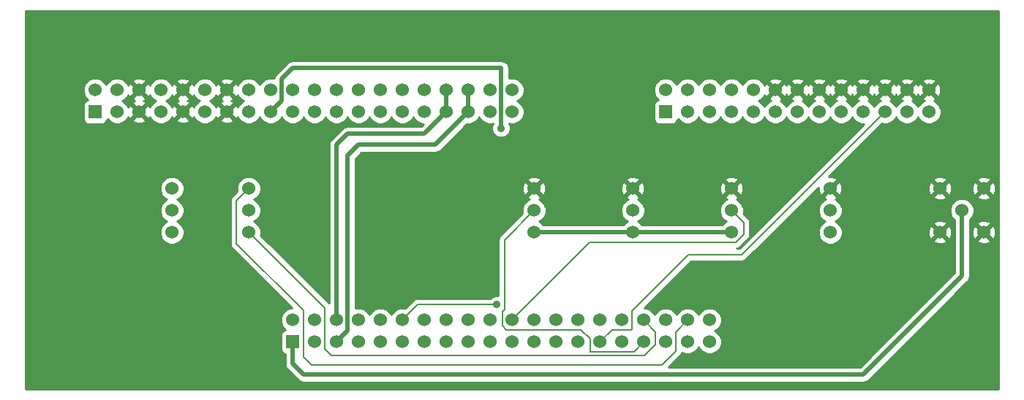
<source format=gtl>
G04 (created by PCBNEW-RS274X (2012-01-19 BZR 3256)-stable) date 5/16/2012 3:34:04 PM*
G01*
G70*
G90*
%MOIN*%
G04 Gerber Fmt 3.4, Leading zero omitted, Abs format*
%FSLAX34Y34*%
G04 APERTURE LIST*
%ADD10C,0.006000*%
%ADD11R,0.060000X0.060000*%
%ADD12C,0.060000*%
%ADD13C,0.035000*%
%ADD14C,0.019700*%
%ADD15C,0.019800*%
%ADD16C,0.008000*%
%ADD17C,0.010000*%
G04 APERTURE END LIST*
G54D10*
G54D11*
X73000Y-10000D03*
G54D12*
X73000Y-09000D03*
X74000Y-10000D03*
X74000Y-09000D03*
X75000Y-10000D03*
X75000Y-09000D03*
X76000Y-10000D03*
X76000Y-09000D03*
X77000Y-10000D03*
X77000Y-09000D03*
X78000Y-10000D03*
X78000Y-09000D03*
X79000Y-10000D03*
X79000Y-09000D03*
X80000Y-10000D03*
X80000Y-09000D03*
X81000Y-10000D03*
X81000Y-09000D03*
X82000Y-10000D03*
X82000Y-09000D03*
X83000Y-10000D03*
X83000Y-09000D03*
X84000Y-10000D03*
X84000Y-09000D03*
X85000Y-10000D03*
X85000Y-09000D03*
G54D11*
X47000Y-10000D03*
G54D12*
X47000Y-09000D03*
X52000Y-10000D03*
X48000Y-09000D03*
X53000Y-10000D03*
X49000Y-09000D03*
X54000Y-10000D03*
X50000Y-09000D03*
X55000Y-10000D03*
X51000Y-09000D03*
X56000Y-10000D03*
X52000Y-09000D03*
X57000Y-10000D03*
X53000Y-09000D03*
X58000Y-10000D03*
X54000Y-09000D03*
X59000Y-10000D03*
X55000Y-09000D03*
X60000Y-10000D03*
X56000Y-09000D03*
X61000Y-10000D03*
X57000Y-09000D03*
X62000Y-10000D03*
X58000Y-09000D03*
X59000Y-09000D03*
X63000Y-10000D03*
X60000Y-09000D03*
X62000Y-09000D03*
X63000Y-09000D03*
X64000Y-09000D03*
X65000Y-09000D03*
X64000Y-10000D03*
X65000Y-10000D03*
X48000Y-10000D03*
X49000Y-10000D03*
X50000Y-10000D03*
X51000Y-10000D03*
X66000Y-10000D03*
X66000Y-09000D03*
X61000Y-09000D03*
X50500Y-15500D03*
X50500Y-14500D03*
X50500Y-13500D03*
X54000Y-15500D03*
X54000Y-14500D03*
X54000Y-13500D03*
G54D11*
X56000Y-20500D03*
G54D12*
X56000Y-19500D03*
X61000Y-20500D03*
X57000Y-19500D03*
X62000Y-20500D03*
X58000Y-19500D03*
X63000Y-20500D03*
X59000Y-19500D03*
X64000Y-20500D03*
X60000Y-19500D03*
X65000Y-20500D03*
X61000Y-19500D03*
X66000Y-20500D03*
X62000Y-19500D03*
X67000Y-20500D03*
X63000Y-19500D03*
X68000Y-20500D03*
X64000Y-19500D03*
X69000Y-20500D03*
X65000Y-19500D03*
X70000Y-20500D03*
X66000Y-19500D03*
X71000Y-20500D03*
X67000Y-19500D03*
X68000Y-19500D03*
X72000Y-20500D03*
X69000Y-19500D03*
X71000Y-19500D03*
X72000Y-19500D03*
X73000Y-19500D03*
X74000Y-19500D03*
X73000Y-20500D03*
X74000Y-20500D03*
X57000Y-20500D03*
X58000Y-20500D03*
X59000Y-20500D03*
X60000Y-20500D03*
X75000Y-20500D03*
X75000Y-19500D03*
X70000Y-19500D03*
X67000Y-15500D03*
X67000Y-14500D03*
X67000Y-13500D03*
X80500Y-15500D03*
X80500Y-14500D03*
X80500Y-13500D03*
X76000Y-15500D03*
X76000Y-14500D03*
X76000Y-13500D03*
X71500Y-15500D03*
X71500Y-14500D03*
X71500Y-13500D03*
X86500Y-14500D03*
X85500Y-13500D03*
X85500Y-15500D03*
X87500Y-15500D03*
X87500Y-13500D03*
G54D13*
X65500Y-10750D03*
X73500Y-18250D03*
X65302Y-18809D03*
G54D14*
X65500Y-10750D02*
X65500Y-08000D01*
G54D15*
X69500Y-15500D02*
X71500Y-15500D01*
X67000Y-15500D02*
X69500Y-15500D01*
X69500Y-15500D02*
X67000Y-15500D01*
X56000Y-08000D02*
X65500Y-08000D01*
X55500Y-09500D02*
X55500Y-08500D01*
X55000Y-10000D02*
X55500Y-09500D01*
X55500Y-08500D02*
X56000Y-08000D01*
X71500Y-15500D02*
X76000Y-15500D01*
G54D16*
X65556Y-19758D02*
X65742Y-19944D01*
X69554Y-20922D02*
X69576Y-20944D01*
X69554Y-20352D02*
X69554Y-20922D01*
X65742Y-19944D02*
X69146Y-19944D01*
X65556Y-19128D02*
X65556Y-19758D01*
X65649Y-19035D02*
X65556Y-19128D01*
X69576Y-20944D02*
X71556Y-20944D01*
X69146Y-19944D02*
X69554Y-20352D01*
X67000Y-14500D02*
X65649Y-15851D01*
X65649Y-15851D02*
X65649Y-19035D01*
X71556Y-20944D02*
X72000Y-20500D01*
G54D15*
X56000Y-21500D02*
X56000Y-20500D01*
X56500Y-22000D02*
X56000Y-21500D01*
X82000Y-22000D02*
X56500Y-22000D01*
X86500Y-17500D02*
X82000Y-22000D01*
X86500Y-14500D02*
X86500Y-17500D01*
G54D16*
X76556Y-15056D02*
X76000Y-14500D01*
X76556Y-15586D02*
X76556Y-15056D01*
X76185Y-15957D02*
X76556Y-15586D01*
X69543Y-15957D02*
X76185Y-15957D01*
X66000Y-19500D02*
X69543Y-15957D01*
X57453Y-18953D02*
X54000Y-15500D01*
X57453Y-20836D02*
X57453Y-18953D01*
X57750Y-21133D02*
X57453Y-20836D01*
X72046Y-21133D02*
X57750Y-21133D01*
X72544Y-20635D02*
X72046Y-21133D01*
X72544Y-20044D02*
X72544Y-20635D01*
X72000Y-19500D02*
X72544Y-20044D01*
X73456Y-20922D02*
X72819Y-21559D01*
X56500Y-21191D02*
X56500Y-19068D01*
X53444Y-16012D02*
X53444Y-14056D01*
X53444Y-14056D02*
X54000Y-13500D01*
X74000Y-19500D02*
X73456Y-20044D01*
X56500Y-19068D02*
X53444Y-16012D01*
X73456Y-20044D02*
X73456Y-20922D01*
X72819Y-21559D02*
X56868Y-21559D01*
X56868Y-21559D02*
X56500Y-21191D01*
X76475Y-16525D02*
X83000Y-10000D01*
X71434Y-19944D02*
X71456Y-19922D01*
X70556Y-19944D02*
X71434Y-19944D01*
X70000Y-20500D02*
X70556Y-19944D01*
X71456Y-19100D02*
X74031Y-16525D01*
X74031Y-16525D02*
X76475Y-16525D01*
X71456Y-19922D02*
X71456Y-19100D01*
G54D15*
X64000Y-09000D02*
X64000Y-10000D01*
X64000Y-10000D02*
X62500Y-11500D01*
X62500Y-11500D02*
X59000Y-11500D01*
X59000Y-11500D02*
X58500Y-12000D01*
X58500Y-12000D02*
X58500Y-20000D01*
X58500Y-20000D02*
X58000Y-20500D01*
X63000Y-09000D02*
X63000Y-10000D01*
X58000Y-11500D02*
X58000Y-19500D01*
X58500Y-11000D02*
X58000Y-11500D01*
X62000Y-11000D02*
X58500Y-11000D01*
X63000Y-10000D02*
X62000Y-11000D01*
G54D16*
X61691Y-18809D02*
X61000Y-19500D01*
X65302Y-18809D02*
X61691Y-18809D01*
G54D10*
G36*
X73071Y-20500D02*
X73000Y-20571D01*
X72929Y-20500D01*
X73000Y-20429D01*
X73071Y-20500D01*
X73071Y-20500D01*
G37*
G54D17*
X73071Y-20500D02*
X73000Y-20571D01*
X72929Y-20500D01*
X73000Y-20429D01*
X73071Y-20500D01*
G54D10*
G36*
X88175Y-22675D02*
X88043Y-22675D01*
X88043Y-15579D01*
X88043Y-13579D01*
X88032Y-13366D01*
X87972Y-13219D01*
X87878Y-13192D01*
X87808Y-13262D01*
X87808Y-13122D01*
X87781Y-13028D01*
X87579Y-12957D01*
X87366Y-12968D01*
X87219Y-13028D01*
X87192Y-13122D01*
X87500Y-13429D01*
X87808Y-13122D01*
X87808Y-13262D01*
X87571Y-13500D01*
X87878Y-13808D01*
X87972Y-13781D01*
X88043Y-13579D01*
X88043Y-15579D01*
X88032Y-15366D01*
X87972Y-15219D01*
X87878Y-15192D01*
X87808Y-15262D01*
X87808Y-15122D01*
X87808Y-13878D01*
X87500Y-13571D01*
X87429Y-13641D01*
X87429Y-13500D01*
X87122Y-13192D01*
X87028Y-13219D01*
X86957Y-13421D01*
X86968Y-13634D01*
X87028Y-13781D01*
X87122Y-13808D01*
X87429Y-13500D01*
X87429Y-13641D01*
X87192Y-13878D01*
X87219Y-13972D01*
X87421Y-14043D01*
X87634Y-14032D01*
X87781Y-13972D01*
X87808Y-13878D01*
X87808Y-15122D01*
X87781Y-15028D01*
X87579Y-14957D01*
X87366Y-14968D01*
X87219Y-15028D01*
X87192Y-15122D01*
X87500Y-15429D01*
X87808Y-15122D01*
X87808Y-15262D01*
X87571Y-15500D01*
X87878Y-15808D01*
X87972Y-15781D01*
X88043Y-15579D01*
X88043Y-22675D01*
X87808Y-22675D01*
X87808Y-15878D01*
X87500Y-15571D01*
X87429Y-15641D01*
X87429Y-15500D01*
X87122Y-15192D01*
X87049Y-15212D01*
X87049Y-14609D01*
X87049Y-14391D01*
X86965Y-14189D01*
X86811Y-14035D01*
X86609Y-13951D01*
X86391Y-13951D01*
X86189Y-14035D01*
X86043Y-14181D01*
X86043Y-13579D01*
X86032Y-13366D01*
X85972Y-13219D01*
X85878Y-13192D01*
X85808Y-13262D01*
X85808Y-13122D01*
X85781Y-13028D01*
X85579Y-12957D01*
X85366Y-12968D01*
X85219Y-13028D01*
X85192Y-13122D01*
X85500Y-13429D01*
X85808Y-13122D01*
X85808Y-13262D01*
X85571Y-13500D01*
X85878Y-13808D01*
X85972Y-13781D01*
X86043Y-13579D01*
X86043Y-14181D01*
X86035Y-14189D01*
X85951Y-14391D01*
X85951Y-14609D01*
X86035Y-14811D01*
X86151Y-14927D01*
X86151Y-17355D01*
X86043Y-17463D01*
X86043Y-15579D01*
X86032Y-15366D01*
X85972Y-15219D01*
X85878Y-15192D01*
X85808Y-15262D01*
X85808Y-15122D01*
X85808Y-13878D01*
X85500Y-13571D01*
X85429Y-13641D01*
X85429Y-13500D01*
X85122Y-13192D01*
X85028Y-13219D01*
X84957Y-13421D01*
X84968Y-13634D01*
X85028Y-13781D01*
X85122Y-13808D01*
X85429Y-13500D01*
X85429Y-13641D01*
X85192Y-13878D01*
X85219Y-13972D01*
X85421Y-14043D01*
X85634Y-14032D01*
X85781Y-13972D01*
X85808Y-13878D01*
X85808Y-15122D01*
X85781Y-15028D01*
X85579Y-14957D01*
X85366Y-14968D01*
X85219Y-15028D01*
X85192Y-15122D01*
X85500Y-15429D01*
X85808Y-15122D01*
X85808Y-15262D01*
X85571Y-15500D01*
X85878Y-15808D01*
X85972Y-15781D01*
X86043Y-15579D01*
X86043Y-17463D01*
X85808Y-17698D01*
X85808Y-15878D01*
X85500Y-15571D01*
X85429Y-15641D01*
X85429Y-15500D01*
X85122Y-15192D01*
X85028Y-15219D01*
X84957Y-15421D01*
X84968Y-15634D01*
X85028Y-15781D01*
X85122Y-15808D01*
X85429Y-15500D01*
X85429Y-15641D01*
X85192Y-15878D01*
X85219Y-15972D01*
X85421Y-16043D01*
X85634Y-16032D01*
X85781Y-15972D01*
X85808Y-15878D01*
X85808Y-17698D01*
X81855Y-21651D01*
X81049Y-21651D01*
X81049Y-15609D01*
X81049Y-15391D01*
X80965Y-15189D01*
X80811Y-15035D01*
X80726Y-15000D01*
X80811Y-14965D01*
X80965Y-14811D01*
X81049Y-14609D01*
X81049Y-14391D01*
X81043Y-14376D01*
X81043Y-13579D01*
X81032Y-13366D01*
X80972Y-13219D01*
X80878Y-13192D01*
X80571Y-13500D01*
X80878Y-13808D01*
X80972Y-13781D01*
X81043Y-13579D01*
X81043Y-14376D01*
X80965Y-14189D01*
X80811Y-14035D01*
X80719Y-13997D01*
X80781Y-13972D01*
X80808Y-13878D01*
X80500Y-13571D01*
X80192Y-13878D01*
X80219Y-13972D01*
X80284Y-13995D01*
X80189Y-14035D01*
X80035Y-14189D01*
X79951Y-14391D01*
X79951Y-14609D01*
X80035Y-14811D01*
X80189Y-14965D01*
X80273Y-15000D01*
X80189Y-15035D01*
X80035Y-15189D01*
X79951Y-15391D01*
X79951Y-15609D01*
X80035Y-15811D01*
X80189Y-15965D01*
X80391Y-16049D01*
X80609Y-16049D01*
X80811Y-15965D01*
X80965Y-15811D01*
X81049Y-15609D01*
X81049Y-21651D01*
X73137Y-21651D01*
X73660Y-21128D01*
X73660Y-21127D01*
X73661Y-21127D01*
X73723Y-21034D01*
X73724Y-21033D01*
X73733Y-20983D01*
X73891Y-21049D01*
X74109Y-21049D01*
X74311Y-20965D01*
X74465Y-20811D01*
X74500Y-20726D01*
X74535Y-20811D01*
X74689Y-20965D01*
X74891Y-21049D01*
X75109Y-21049D01*
X75311Y-20965D01*
X75465Y-20811D01*
X75549Y-20609D01*
X75549Y-20391D01*
X75465Y-20189D01*
X75311Y-20035D01*
X75226Y-20000D01*
X75311Y-19965D01*
X75465Y-19811D01*
X75549Y-19609D01*
X75549Y-19391D01*
X75465Y-19189D01*
X75311Y-19035D01*
X75109Y-18951D01*
X74891Y-18951D01*
X74689Y-19035D01*
X74535Y-19189D01*
X74500Y-19273D01*
X74465Y-19189D01*
X74311Y-19035D01*
X74109Y-18951D01*
X73891Y-18951D01*
X73689Y-19035D01*
X73535Y-19189D01*
X73500Y-19273D01*
X73465Y-19189D01*
X73311Y-19035D01*
X73109Y-18951D01*
X72891Y-18951D01*
X72689Y-19035D01*
X72535Y-19189D01*
X72500Y-19273D01*
X72465Y-19189D01*
X72311Y-19035D01*
X72109Y-18951D01*
X72015Y-18951D01*
X74151Y-16815D01*
X76475Y-16815D01*
X76586Y-16793D01*
X76680Y-16730D01*
X79958Y-13451D01*
X79968Y-13634D01*
X80028Y-13781D01*
X80122Y-13808D01*
X80394Y-13535D01*
X80429Y-13500D01*
X80500Y-13429D01*
X80535Y-13394D01*
X80808Y-13122D01*
X80781Y-13028D01*
X80579Y-12957D01*
X80446Y-12963D01*
X82870Y-10540D01*
X82891Y-10549D01*
X83109Y-10549D01*
X83311Y-10465D01*
X83465Y-10311D01*
X83500Y-10226D01*
X83535Y-10311D01*
X83689Y-10465D01*
X83891Y-10549D01*
X84109Y-10549D01*
X84311Y-10465D01*
X84465Y-10311D01*
X84500Y-10226D01*
X84535Y-10311D01*
X84689Y-10465D01*
X84891Y-10549D01*
X85109Y-10549D01*
X85311Y-10465D01*
X85465Y-10311D01*
X85549Y-10109D01*
X85549Y-09891D01*
X85543Y-09876D01*
X85543Y-09079D01*
X85532Y-08866D01*
X85472Y-08719D01*
X85378Y-08692D01*
X85308Y-08762D01*
X85308Y-08622D01*
X85281Y-08528D01*
X85079Y-08457D01*
X84866Y-08468D01*
X84719Y-08528D01*
X84692Y-08622D01*
X85000Y-08929D01*
X85308Y-08622D01*
X85308Y-08762D01*
X85071Y-09000D01*
X85378Y-09308D01*
X85472Y-09281D01*
X85543Y-09079D01*
X85543Y-09876D01*
X85465Y-09689D01*
X85311Y-09535D01*
X85219Y-09497D01*
X85281Y-09472D01*
X85308Y-09378D01*
X85000Y-09071D01*
X84929Y-09141D01*
X84929Y-09000D01*
X84622Y-08692D01*
X84528Y-08719D01*
X84502Y-08792D01*
X84472Y-08719D01*
X84378Y-08692D01*
X84308Y-08762D01*
X84308Y-08622D01*
X84281Y-08528D01*
X84079Y-08457D01*
X83866Y-08468D01*
X83719Y-08528D01*
X83692Y-08622D01*
X84000Y-08929D01*
X84308Y-08622D01*
X84308Y-08762D01*
X84071Y-09000D01*
X84378Y-09308D01*
X84472Y-09281D01*
X84497Y-09207D01*
X84528Y-09281D01*
X84622Y-09308D01*
X84929Y-09000D01*
X84929Y-09141D01*
X84692Y-09378D01*
X84719Y-09472D01*
X84784Y-09495D01*
X84689Y-09535D01*
X84535Y-09689D01*
X84500Y-09773D01*
X84465Y-09689D01*
X84311Y-09535D01*
X84219Y-09497D01*
X84281Y-09472D01*
X84308Y-09378D01*
X84000Y-09071D01*
X83929Y-09141D01*
X83929Y-09000D01*
X83622Y-08692D01*
X83528Y-08719D01*
X83502Y-08792D01*
X83472Y-08719D01*
X83378Y-08692D01*
X83308Y-08762D01*
X83308Y-08622D01*
X83281Y-08528D01*
X83079Y-08457D01*
X82866Y-08468D01*
X82719Y-08528D01*
X82692Y-08622D01*
X83000Y-08929D01*
X83308Y-08622D01*
X83308Y-08762D01*
X83071Y-09000D01*
X83378Y-09308D01*
X83472Y-09281D01*
X83497Y-09207D01*
X83528Y-09281D01*
X83622Y-09308D01*
X83929Y-09000D01*
X83929Y-09141D01*
X83692Y-09378D01*
X83719Y-09472D01*
X83784Y-09495D01*
X83689Y-09535D01*
X83535Y-09689D01*
X83500Y-09773D01*
X83465Y-09689D01*
X83311Y-09535D01*
X83219Y-09497D01*
X83281Y-09472D01*
X83308Y-09378D01*
X83000Y-09071D01*
X82929Y-09141D01*
X82929Y-09000D01*
X82622Y-08692D01*
X82528Y-08719D01*
X82502Y-08792D01*
X82472Y-08719D01*
X82378Y-08692D01*
X82308Y-08762D01*
X82308Y-08622D01*
X82281Y-08528D01*
X82079Y-08457D01*
X81866Y-08468D01*
X81719Y-08528D01*
X81692Y-08622D01*
X82000Y-08929D01*
X82308Y-08622D01*
X82308Y-08762D01*
X82071Y-09000D01*
X82378Y-09308D01*
X82472Y-09281D01*
X82497Y-09207D01*
X82528Y-09281D01*
X82622Y-09308D01*
X82929Y-09000D01*
X82929Y-09141D01*
X82692Y-09378D01*
X82719Y-09472D01*
X82784Y-09495D01*
X82689Y-09535D01*
X82535Y-09689D01*
X82500Y-09773D01*
X82465Y-09689D01*
X82311Y-09535D01*
X82219Y-09497D01*
X82281Y-09472D01*
X82308Y-09378D01*
X82000Y-09071D01*
X81929Y-09141D01*
X81929Y-09000D01*
X81622Y-08692D01*
X81528Y-08719D01*
X81502Y-08792D01*
X81472Y-08719D01*
X81378Y-08692D01*
X81308Y-08762D01*
X81308Y-08622D01*
X81281Y-08528D01*
X81079Y-08457D01*
X80866Y-08468D01*
X80719Y-08528D01*
X80692Y-08622D01*
X81000Y-08929D01*
X81308Y-08622D01*
X81308Y-08762D01*
X81071Y-09000D01*
X81378Y-09308D01*
X81472Y-09281D01*
X81497Y-09207D01*
X81528Y-09281D01*
X81622Y-09308D01*
X81929Y-09000D01*
X81929Y-09141D01*
X81692Y-09378D01*
X81719Y-09472D01*
X81784Y-09495D01*
X81689Y-09535D01*
X81535Y-09689D01*
X81500Y-09773D01*
X81465Y-09689D01*
X81311Y-09535D01*
X81219Y-09497D01*
X81281Y-09472D01*
X81308Y-09378D01*
X81000Y-09071D01*
X80929Y-09141D01*
X80929Y-09000D01*
X80622Y-08692D01*
X80528Y-08719D01*
X80502Y-08792D01*
X80472Y-08719D01*
X80378Y-08692D01*
X80308Y-08762D01*
X80308Y-08622D01*
X80281Y-08528D01*
X80079Y-08457D01*
X79866Y-08468D01*
X79719Y-08528D01*
X79692Y-08622D01*
X80000Y-08929D01*
X80308Y-08622D01*
X80308Y-08762D01*
X80071Y-09000D01*
X80378Y-09308D01*
X80472Y-09281D01*
X80497Y-09207D01*
X80528Y-09281D01*
X80622Y-09308D01*
X80929Y-09000D01*
X80929Y-09141D01*
X80692Y-09378D01*
X80719Y-09472D01*
X80784Y-09495D01*
X80689Y-09535D01*
X80535Y-09689D01*
X80500Y-09773D01*
X80465Y-09689D01*
X80311Y-09535D01*
X80219Y-09497D01*
X80281Y-09472D01*
X80308Y-09378D01*
X80000Y-09071D01*
X79929Y-09141D01*
X79929Y-09000D01*
X79622Y-08692D01*
X79528Y-08719D01*
X79502Y-08792D01*
X79472Y-08719D01*
X79378Y-08692D01*
X79308Y-08762D01*
X79308Y-08622D01*
X79281Y-08528D01*
X79079Y-08457D01*
X78866Y-08468D01*
X78719Y-08528D01*
X78692Y-08622D01*
X79000Y-08929D01*
X79308Y-08622D01*
X79308Y-08762D01*
X79071Y-09000D01*
X79378Y-09308D01*
X79472Y-09281D01*
X79497Y-09207D01*
X79528Y-09281D01*
X79622Y-09308D01*
X79929Y-09000D01*
X79929Y-09141D01*
X79692Y-09378D01*
X79719Y-09472D01*
X79784Y-09495D01*
X79689Y-09535D01*
X79535Y-09689D01*
X79500Y-09773D01*
X79465Y-09689D01*
X79311Y-09535D01*
X79219Y-09497D01*
X79281Y-09472D01*
X79308Y-09378D01*
X79000Y-09071D01*
X78929Y-09141D01*
X78929Y-09000D01*
X78622Y-08692D01*
X78528Y-08719D01*
X78502Y-08792D01*
X78472Y-08719D01*
X78378Y-08692D01*
X78308Y-08762D01*
X78308Y-08622D01*
X78281Y-08528D01*
X78079Y-08457D01*
X77866Y-08468D01*
X77719Y-08528D01*
X77692Y-08622D01*
X78000Y-08929D01*
X78308Y-08622D01*
X78308Y-08762D01*
X78071Y-09000D01*
X78378Y-09308D01*
X78472Y-09281D01*
X78497Y-09207D01*
X78528Y-09281D01*
X78622Y-09308D01*
X78929Y-09000D01*
X78929Y-09141D01*
X78692Y-09378D01*
X78719Y-09472D01*
X78784Y-09495D01*
X78689Y-09535D01*
X78535Y-09689D01*
X78500Y-09773D01*
X78465Y-09689D01*
X78311Y-09535D01*
X78219Y-09497D01*
X78281Y-09472D01*
X78308Y-09378D01*
X78000Y-09071D01*
X77692Y-09378D01*
X77719Y-09472D01*
X77784Y-09495D01*
X77689Y-09535D01*
X77535Y-09689D01*
X77500Y-09773D01*
X77465Y-09689D01*
X77311Y-09535D01*
X77226Y-09500D01*
X77311Y-09465D01*
X77465Y-09311D01*
X77502Y-09219D01*
X77528Y-09281D01*
X77622Y-09308D01*
X77929Y-09000D01*
X77622Y-08692D01*
X77528Y-08719D01*
X77504Y-08784D01*
X77465Y-08689D01*
X77311Y-08535D01*
X77109Y-08451D01*
X76891Y-08451D01*
X76689Y-08535D01*
X76535Y-08689D01*
X76500Y-08773D01*
X76465Y-08689D01*
X76311Y-08535D01*
X76109Y-08451D01*
X75891Y-08451D01*
X75689Y-08535D01*
X75535Y-08689D01*
X75500Y-08773D01*
X75465Y-08689D01*
X75311Y-08535D01*
X75109Y-08451D01*
X74891Y-08451D01*
X74689Y-08535D01*
X74535Y-08689D01*
X74500Y-08773D01*
X74465Y-08689D01*
X74311Y-08535D01*
X74109Y-08451D01*
X73891Y-08451D01*
X73689Y-08535D01*
X73535Y-08689D01*
X73500Y-08773D01*
X73465Y-08689D01*
X73311Y-08535D01*
X73109Y-08451D01*
X72891Y-08451D01*
X72689Y-08535D01*
X72535Y-08689D01*
X72451Y-08891D01*
X72451Y-09109D01*
X72535Y-09311D01*
X72675Y-09451D01*
X72651Y-09451D01*
X72559Y-09489D01*
X72489Y-09559D01*
X72451Y-09650D01*
X72451Y-09749D01*
X72451Y-10349D01*
X72489Y-10441D01*
X72559Y-10511D01*
X72650Y-10549D01*
X72749Y-10549D01*
X73349Y-10549D01*
X73441Y-10511D01*
X73511Y-10441D01*
X73549Y-10350D01*
X73549Y-10325D01*
X73689Y-10465D01*
X73891Y-10549D01*
X74109Y-10549D01*
X74311Y-10465D01*
X74465Y-10311D01*
X74500Y-10226D01*
X74535Y-10311D01*
X74689Y-10465D01*
X74891Y-10549D01*
X75109Y-10549D01*
X75311Y-10465D01*
X75465Y-10311D01*
X75500Y-10226D01*
X75535Y-10311D01*
X75689Y-10465D01*
X75891Y-10549D01*
X76109Y-10549D01*
X76311Y-10465D01*
X76465Y-10311D01*
X76500Y-10226D01*
X76535Y-10311D01*
X76689Y-10465D01*
X76891Y-10549D01*
X77109Y-10549D01*
X77311Y-10465D01*
X77465Y-10311D01*
X77500Y-10226D01*
X77535Y-10311D01*
X77689Y-10465D01*
X77891Y-10549D01*
X78109Y-10549D01*
X78311Y-10465D01*
X78465Y-10311D01*
X78500Y-10226D01*
X78535Y-10311D01*
X78689Y-10465D01*
X78891Y-10549D01*
X79109Y-10549D01*
X79311Y-10465D01*
X79465Y-10311D01*
X79500Y-10226D01*
X79535Y-10311D01*
X79689Y-10465D01*
X79891Y-10549D01*
X80109Y-10549D01*
X80311Y-10465D01*
X80465Y-10311D01*
X80500Y-10226D01*
X80535Y-10311D01*
X80689Y-10465D01*
X80891Y-10549D01*
X81109Y-10549D01*
X81311Y-10465D01*
X81465Y-10311D01*
X81500Y-10226D01*
X81535Y-10311D01*
X81689Y-10465D01*
X81891Y-10549D01*
X82040Y-10549D01*
X76354Y-16235D01*
X76245Y-16235D01*
X76296Y-16225D01*
X76390Y-16162D01*
X76761Y-15792D01*
X76761Y-15791D01*
X76824Y-15697D01*
X76845Y-15586D01*
X76846Y-15586D01*
X76846Y-15056D01*
X76824Y-14945D01*
X76761Y-14851D01*
X76540Y-14630D01*
X76549Y-14609D01*
X76549Y-14391D01*
X76543Y-14376D01*
X76543Y-13579D01*
X76532Y-13366D01*
X76472Y-13219D01*
X76378Y-13192D01*
X76308Y-13262D01*
X76308Y-13122D01*
X76281Y-13028D01*
X76079Y-12957D01*
X75866Y-12968D01*
X75719Y-13028D01*
X75692Y-13122D01*
X76000Y-13429D01*
X76308Y-13122D01*
X76308Y-13262D01*
X76071Y-13500D01*
X76378Y-13808D01*
X76472Y-13781D01*
X76543Y-13579D01*
X76543Y-14376D01*
X76465Y-14189D01*
X76311Y-14035D01*
X76219Y-13997D01*
X76281Y-13972D01*
X76308Y-13878D01*
X76000Y-13571D01*
X75929Y-13641D01*
X75929Y-13500D01*
X75622Y-13192D01*
X75528Y-13219D01*
X75457Y-13421D01*
X75468Y-13634D01*
X75528Y-13781D01*
X75622Y-13808D01*
X75929Y-13500D01*
X75929Y-13641D01*
X75692Y-13878D01*
X75719Y-13972D01*
X75784Y-13995D01*
X75689Y-14035D01*
X75535Y-14189D01*
X75451Y-14391D01*
X75451Y-14609D01*
X75535Y-14811D01*
X75689Y-14965D01*
X75773Y-15000D01*
X75689Y-15035D01*
X75573Y-15151D01*
X71927Y-15151D01*
X71811Y-15035D01*
X71726Y-15000D01*
X71811Y-14965D01*
X71965Y-14811D01*
X72049Y-14609D01*
X72049Y-14391D01*
X72043Y-14376D01*
X72043Y-13579D01*
X72032Y-13366D01*
X71972Y-13219D01*
X71878Y-13192D01*
X71808Y-13262D01*
X71808Y-13122D01*
X71781Y-13028D01*
X71579Y-12957D01*
X71366Y-12968D01*
X71219Y-13028D01*
X71192Y-13122D01*
X71500Y-13429D01*
X71808Y-13122D01*
X71808Y-13262D01*
X71571Y-13500D01*
X71878Y-13808D01*
X71972Y-13781D01*
X72043Y-13579D01*
X72043Y-14376D01*
X71965Y-14189D01*
X71811Y-14035D01*
X71719Y-13997D01*
X71781Y-13972D01*
X71808Y-13878D01*
X71500Y-13571D01*
X71429Y-13641D01*
X71429Y-13500D01*
X71122Y-13192D01*
X71028Y-13219D01*
X70957Y-13421D01*
X70968Y-13634D01*
X71028Y-13781D01*
X71122Y-13808D01*
X71429Y-13500D01*
X71429Y-13641D01*
X71192Y-13878D01*
X71219Y-13972D01*
X71284Y-13995D01*
X71189Y-14035D01*
X71035Y-14189D01*
X70951Y-14391D01*
X70951Y-14609D01*
X71035Y-14811D01*
X71189Y-14965D01*
X71273Y-15000D01*
X71189Y-15035D01*
X71073Y-15151D01*
X69500Y-15151D01*
X67427Y-15151D01*
X67311Y-15035D01*
X67226Y-15000D01*
X67311Y-14965D01*
X67465Y-14811D01*
X67549Y-14609D01*
X67549Y-14391D01*
X67543Y-14376D01*
X67543Y-13579D01*
X67532Y-13366D01*
X67472Y-13219D01*
X67378Y-13192D01*
X67308Y-13262D01*
X67308Y-13122D01*
X67281Y-13028D01*
X67079Y-12957D01*
X66866Y-12968D01*
X66719Y-13028D01*
X66692Y-13122D01*
X67000Y-13429D01*
X67308Y-13122D01*
X67308Y-13262D01*
X67071Y-13500D01*
X67378Y-13808D01*
X67472Y-13781D01*
X67543Y-13579D01*
X67543Y-14376D01*
X67465Y-14189D01*
X67311Y-14035D01*
X67219Y-13997D01*
X67281Y-13972D01*
X67308Y-13878D01*
X67000Y-13571D01*
X66929Y-13641D01*
X66929Y-13500D01*
X66622Y-13192D01*
X66528Y-13219D01*
X66457Y-13421D01*
X66468Y-13634D01*
X66528Y-13781D01*
X66622Y-13808D01*
X66929Y-13500D01*
X66929Y-13641D01*
X66692Y-13878D01*
X66719Y-13972D01*
X66784Y-13995D01*
X66689Y-14035D01*
X66535Y-14189D01*
X66451Y-14391D01*
X66451Y-14609D01*
X66459Y-14630D01*
X65444Y-15646D01*
X65381Y-15740D01*
X65359Y-15851D01*
X65359Y-18384D01*
X65218Y-18384D01*
X65062Y-18448D01*
X64991Y-18519D01*
X61691Y-18519D01*
X61580Y-18541D01*
X61486Y-18604D01*
X61130Y-18959D01*
X61109Y-18951D01*
X60891Y-18951D01*
X60689Y-19035D01*
X60535Y-19189D01*
X60500Y-19273D01*
X60465Y-19189D01*
X60311Y-19035D01*
X60109Y-18951D01*
X59891Y-18951D01*
X59689Y-19035D01*
X59535Y-19189D01*
X59500Y-19273D01*
X59465Y-19189D01*
X59311Y-19035D01*
X59109Y-18951D01*
X58891Y-18951D01*
X58849Y-18968D01*
X58849Y-12145D01*
X59145Y-11849D01*
X62500Y-11849D01*
X62633Y-11822D01*
X62634Y-11822D01*
X62747Y-11747D01*
X63945Y-10549D01*
X64109Y-10549D01*
X64311Y-10465D01*
X64465Y-10311D01*
X64500Y-10226D01*
X64535Y-10311D01*
X64689Y-10465D01*
X64891Y-10549D01*
X65109Y-10549D01*
X65126Y-10541D01*
X65075Y-10665D01*
X65075Y-10834D01*
X65139Y-10990D01*
X65259Y-11110D01*
X65415Y-11175D01*
X65584Y-11175D01*
X65740Y-11111D01*
X65860Y-10991D01*
X65925Y-10835D01*
X65925Y-10666D01*
X65874Y-10541D01*
X65891Y-10549D01*
X66109Y-10549D01*
X66311Y-10465D01*
X66465Y-10311D01*
X66549Y-10109D01*
X66549Y-09891D01*
X66465Y-09689D01*
X66311Y-09535D01*
X66226Y-09500D01*
X66311Y-09465D01*
X66465Y-09311D01*
X66549Y-09109D01*
X66549Y-08891D01*
X66465Y-08689D01*
X66311Y-08535D01*
X66109Y-08451D01*
X65891Y-08451D01*
X65848Y-08468D01*
X65848Y-08004D01*
X65848Y-08000D01*
X65849Y-08000D01*
X65822Y-07867D01*
X65822Y-07866D01*
X65747Y-07753D01*
X65634Y-07678D01*
X65500Y-07651D01*
X56000Y-07651D01*
X55866Y-07678D01*
X55753Y-07753D01*
X55253Y-08253D01*
X55178Y-08366D01*
X55156Y-08470D01*
X55109Y-08451D01*
X54891Y-08451D01*
X54689Y-08535D01*
X54535Y-08689D01*
X54500Y-08773D01*
X54465Y-08689D01*
X54311Y-08535D01*
X54109Y-08451D01*
X53891Y-08451D01*
X53689Y-08535D01*
X53535Y-08689D01*
X53497Y-08780D01*
X53472Y-08719D01*
X53378Y-08692D01*
X53308Y-08762D01*
X53308Y-08622D01*
X53281Y-08528D01*
X53079Y-08457D01*
X52866Y-08468D01*
X52719Y-08528D01*
X52692Y-08622D01*
X53000Y-08929D01*
X53308Y-08622D01*
X53308Y-08762D01*
X53071Y-09000D01*
X53378Y-09308D01*
X53472Y-09281D01*
X53495Y-09215D01*
X53535Y-09311D01*
X53689Y-09465D01*
X53773Y-09500D01*
X53689Y-09535D01*
X53535Y-09689D01*
X53497Y-09780D01*
X53472Y-09719D01*
X53378Y-09692D01*
X53308Y-09762D01*
X53308Y-09622D01*
X53281Y-09528D01*
X53207Y-09502D01*
X53281Y-09472D01*
X53308Y-09378D01*
X53000Y-09071D01*
X52692Y-09378D01*
X52719Y-09472D01*
X52792Y-09497D01*
X52719Y-09528D01*
X52692Y-09622D01*
X53000Y-09929D01*
X53308Y-09622D01*
X53308Y-09762D01*
X53071Y-10000D01*
X53378Y-10308D01*
X53472Y-10281D01*
X53495Y-10215D01*
X53535Y-10311D01*
X53689Y-10465D01*
X53891Y-10549D01*
X54109Y-10549D01*
X54311Y-10465D01*
X54465Y-10311D01*
X54500Y-10226D01*
X54535Y-10311D01*
X54689Y-10465D01*
X54891Y-10549D01*
X55109Y-10549D01*
X55311Y-10465D01*
X55465Y-10311D01*
X55500Y-10226D01*
X55535Y-10311D01*
X55689Y-10465D01*
X55891Y-10549D01*
X56109Y-10549D01*
X56311Y-10465D01*
X56465Y-10311D01*
X56500Y-10226D01*
X56535Y-10311D01*
X56689Y-10465D01*
X56891Y-10549D01*
X57109Y-10549D01*
X57311Y-10465D01*
X57465Y-10311D01*
X57500Y-10226D01*
X57535Y-10311D01*
X57689Y-10465D01*
X57891Y-10549D01*
X58109Y-10549D01*
X58311Y-10465D01*
X58465Y-10311D01*
X58500Y-10226D01*
X58535Y-10311D01*
X58689Y-10465D01*
X58891Y-10549D01*
X59109Y-10549D01*
X59311Y-10465D01*
X59465Y-10311D01*
X59500Y-10226D01*
X59535Y-10311D01*
X59689Y-10465D01*
X59891Y-10549D01*
X60109Y-10549D01*
X60311Y-10465D01*
X60465Y-10311D01*
X60500Y-10226D01*
X60535Y-10311D01*
X60689Y-10465D01*
X60891Y-10549D01*
X61109Y-10549D01*
X61311Y-10465D01*
X61465Y-10311D01*
X61500Y-10226D01*
X61535Y-10311D01*
X61689Y-10465D01*
X61891Y-10549D01*
X61957Y-10549D01*
X61855Y-10651D01*
X58500Y-10651D01*
X58366Y-10678D01*
X58253Y-10753D01*
X57753Y-11253D01*
X57678Y-11366D01*
X57651Y-11500D01*
X57651Y-18741D01*
X54540Y-15630D01*
X54549Y-15609D01*
X54549Y-15391D01*
X54465Y-15189D01*
X54311Y-15035D01*
X54226Y-15000D01*
X54311Y-14965D01*
X54465Y-14811D01*
X54549Y-14609D01*
X54549Y-14391D01*
X54465Y-14189D01*
X54311Y-14035D01*
X54226Y-14000D01*
X54311Y-13965D01*
X54465Y-13811D01*
X54549Y-13609D01*
X54549Y-13391D01*
X54465Y-13189D01*
X54311Y-13035D01*
X54109Y-12951D01*
X53891Y-12951D01*
X53689Y-13035D01*
X53535Y-13189D01*
X53451Y-13391D01*
X53451Y-13609D01*
X53459Y-13630D01*
X53308Y-13781D01*
X53308Y-10378D01*
X53000Y-10071D01*
X52929Y-10141D01*
X52929Y-10000D01*
X52622Y-09692D01*
X52528Y-09719D01*
X52504Y-09784D01*
X52465Y-09689D01*
X52311Y-09535D01*
X52226Y-09500D01*
X52311Y-09465D01*
X52465Y-09311D01*
X52502Y-09219D01*
X52528Y-09281D01*
X52622Y-09308D01*
X52929Y-09000D01*
X52622Y-08692D01*
X52528Y-08719D01*
X52504Y-08784D01*
X52465Y-08689D01*
X52311Y-08535D01*
X52109Y-08451D01*
X51891Y-08451D01*
X51689Y-08535D01*
X51535Y-08689D01*
X51497Y-08780D01*
X51472Y-08719D01*
X51378Y-08692D01*
X51308Y-08762D01*
X51308Y-08622D01*
X51281Y-08528D01*
X51079Y-08457D01*
X50866Y-08468D01*
X50719Y-08528D01*
X50692Y-08622D01*
X51000Y-08929D01*
X51308Y-08622D01*
X51308Y-08762D01*
X51071Y-09000D01*
X51378Y-09308D01*
X51472Y-09281D01*
X51495Y-09215D01*
X51535Y-09311D01*
X51689Y-09465D01*
X51773Y-09500D01*
X51689Y-09535D01*
X51535Y-09689D01*
X51497Y-09780D01*
X51472Y-09719D01*
X51378Y-09692D01*
X51308Y-09762D01*
X51308Y-09622D01*
X51281Y-09528D01*
X51207Y-09502D01*
X51281Y-09472D01*
X51308Y-09378D01*
X51000Y-09071D01*
X50692Y-09378D01*
X50719Y-09472D01*
X50792Y-09497D01*
X50719Y-09528D01*
X50692Y-09622D01*
X51000Y-09929D01*
X51308Y-09622D01*
X51308Y-09762D01*
X51071Y-10000D01*
X51378Y-10308D01*
X51472Y-10281D01*
X51495Y-10215D01*
X51535Y-10311D01*
X51689Y-10465D01*
X51891Y-10549D01*
X52109Y-10549D01*
X52311Y-10465D01*
X52465Y-10311D01*
X52502Y-10219D01*
X52528Y-10281D01*
X52622Y-10308D01*
X52929Y-10000D01*
X52929Y-10141D01*
X52692Y-10378D01*
X52719Y-10472D01*
X52921Y-10543D01*
X53134Y-10532D01*
X53281Y-10472D01*
X53308Y-10378D01*
X53308Y-13781D01*
X53239Y-13851D01*
X53176Y-13945D01*
X53154Y-14056D01*
X53154Y-16012D01*
X53176Y-16123D01*
X53239Y-16217D01*
X55973Y-18951D01*
X55891Y-18951D01*
X55689Y-19035D01*
X55535Y-19189D01*
X55451Y-19391D01*
X55451Y-19609D01*
X55535Y-19811D01*
X55675Y-19951D01*
X55651Y-19951D01*
X55559Y-19989D01*
X55489Y-20059D01*
X55451Y-20150D01*
X55451Y-20249D01*
X55451Y-20849D01*
X55489Y-20941D01*
X55559Y-21011D01*
X55650Y-21049D01*
X55651Y-21049D01*
X55651Y-21500D01*
X55678Y-21634D01*
X55753Y-21747D01*
X56253Y-22247D01*
X56366Y-22322D01*
X56367Y-22322D01*
X56500Y-22349D01*
X82000Y-22349D01*
X82133Y-22322D01*
X82134Y-22322D01*
X82247Y-22247D01*
X86744Y-17748D01*
X86746Y-17747D01*
X86747Y-17747D01*
X86822Y-17634D01*
X86849Y-17501D01*
X86848Y-17500D01*
X86849Y-17500D01*
X86849Y-14927D01*
X86965Y-14811D01*
X87049Y-14609D01*
X87049Y-15212D01*
X87028Y-15219D01*
X86957Y-15421D01*
X86968Y-15634D01*
X87028Y-15781D01*
X87122Y-15808D01*
X87429Y-15500D01*
X87429Y-15641D01*
X87192Y-15878D01*
X87219Y-15972D01*
X87421Y-16043D01*
X87634Y-16032D01*
X87781Y-15972D01*
X87808Y-15878D01*
X87808Y-22675D01*
X51308Y-22675D01*
X51308Y-10378D01*
X51000Y-10071D01*
X50929Y-10141D01*
X50929Y-10000D01*
X50622Y-09692D01*
X50528Y-09719D01*
X50504Y-09784D01*
X50465Y-09689D01*
X50311Y-09535D01*
X50226Y-09500D01*
X50311Y-09465D01*
X50465Y-09311D01*
X50502Y-09219D01*
X50528Y-09281D01*
X50622Y-09308D01*
X50929Y-09000D01*
X50622Y-08692D01*
X50528Y-08719D01*
X50504Y-08784D01*
X50465Y-08689D01*
X50311Y-08535D01*
X50109Y-08451D01*
X49891Y-08451D01*
X49689Y-08535D01*
X49535Y-08689D01*
X49497Y-08780D01*
X49472Y-08719D01*
X49378Y-08692D01*
X49308Y-08762D01*
X49308Y-08622D01*
X49281Y-08528D01*
X49079Y-08457D01*
X48866Y-08468D01*
X48719Y-08528D01*
X48692Y-08622D01*
X49000Y-08929D01*
X49308Y-08622D01*
X49308Y-08762D01*
X49071Y-09000D01*
X49378Y-09308D01*
X49472Y-09281D01*
X49495Y-09215D01*
X49535Y-09311D01*
X49689Y-09465D01*
X49773Y-09500D01*
X49689Y-09535D01*
X49535Y-09689D01*
X49497Y-09780D01*
X49472Y-09719D01*
X49378Y-09692D01*
X49308Y-09762D01*
X49308Y-09622D01*
X49281Y-09528D01*
X49207Y-09502D01*
X49281Y-09472D01*
X49308Y-09378D01*
X49000Y-09071D01*
X48692Y-09378D01*
X48719Y-09472D01*
X48792Y-09497D01*
X48719Y-09528D01*
X48692Y-09622D01*
X49000Y-09929D01*
X49308Y-09622D01*
X49308Y-09762D01*
X49071Y-10000D01*
X49378Y-10308D01*
X49472Y-10281D01*
X49495Y-10215D01*
X49535Y-10311D01*
X49689Y-10465D01*
X49891Y-10549D01*
X50109Y-10549D01*
X50311Y-10465D01*
X50465Y-10311D01*
X50502Y-10219D01*
X50528Y-10281D01*
X50622Y-10308D01*
X50929Y-10000D01*
X50929Y-10141D01*
X50692Y-10378D01*
X50719Y-10472D01*
X50921Y-10543D01*
X51134Y-10532D01*
X51281Y-10472D01*
X51308Y-10378D01*
X51308Y-22675D01*
X51049Y-22675D01*
X51049Y-15609D01*
X51049Y-15391D01*
X50965Y-15189D01*
X50811Y-15035D01*
X50726Y-15000D01*
X50811Y-14965D01*
X50965Y-14811D01*
X51049Y-14609D01*
X51049Y-14391D01*
X50965Y-14189D01*
X50811Y-14035D01*
X50726Y-14000D01*
X50811Y-13965D01*
X50965Y-13811D01*
X51049Y-13609D01*
X51049Y-13391D01*
X50965Y-13189D01*
X50811Y-13035D01*
X50609Y-12951D01*
X50391Y-12951D01*
X50189Y-13035D01*
X50035Y-13189D01*
X49951Y-13391D01*
X49951Y-13609D01*
X50035Y-13811D01*
X50189Y-13965D01*
X50273Y-14000D01*
X50189Y-14035D01*
X50035Y-14189D01*
X49951Y-14391D01*
X49951Y-14609D01*
X50035Y-14811D01*
X50189Y-14965D01*
X50273Y-15000D01*
X50189Y-15035D01*
X50035Y-15189D01*
X49951Y-15391D01*
X49951Y-15609D01*
X50035Y-15811D01*
X50189Y-15965D01*
X50391Y-16049D01*
X50609Y-16049D01*
X50811Y-15965D01*
X50965Y-15811D01*
X51049Y-15609D01*
X51049Y-22675D01*
X49308Y-22675D01*
X49308Y-10378D01*
X49000Y-10071D01*
X48929Y-10141D01*
X48929Y-10000D01*
X48622Y-09692D01*
X48528Y-09719D01*
X48504Y-09784D01*
X48465Y-09689D01*
X48311Y-09535D01*
X48226Y-09500D01*
X48311Y-09465D01*
X48465Y-09311D01*
X48502Y-09219D01*
X48528Y-09281D01*
X48622Y-09308D01*
X48929Y-09000D01*
X48622Y-08692D01*
X48528Y-08719D01*
X48504Y-08784D01*
X48465Y-08689D01*
X48311Y-08535D01*
X48109Y-08451D01*
X47891Y-08451D01*
X47689Y-08535D01*
X47535Y-08689D01*
X47500Y-08773D01*
X47465Y-08689D01*
X47311Y-08535D01*
X47109Y-08451D01*
X46891Y-08451D01*
X46689Y-08535D01*
X46535Y-08689D01*
X46451Y-08891D01*
X46451Y-09109D01*
X46535Y-09311D01*
X46675Y-09451D01*
X46651Y-09451D01*
X46559Y-09489D01*
X46489Y-09559D01*
X46451Y-09650D01*
X46451Y-09749D01*
X46451Y-10349D01*
X46489Y-10441D01*
X46559Y-10511D01*
X46650Y-10549D01*
X46749Y-10549D01*
X47349Y-10549D01*
X47441Y-10511D01*
X47511Y-10441D01*
X47549Y-10350D01*
X47549Y-10325D01*
X47689Y-10465D01*
X47891Y-10549D01*
X48109Y-10549D01*
X48311Y-10465D01*
X48465Y-10311D01*
X48502Y-10219D01*
X48528Y-10281D01*
X48622Y-10308D01*
X48929Y-10000D01*
X48929Y-10141D01*
X48692Y-10378D01*
X48719Y-10472D01*
X48921Y-10543D01*
X49134Y-10532D01*
X49281Y-10472D01*
X49308Y-10378D01*
X49308Y-22675D01*
X43825Y-22675D01*
X43825Y-08000D01*
X43825Y-07626D01*
X43825Y-07500D01*
X43825Y-07425D01*
X43825Y-05388D01*
X88175Y-05388D01*
X88175Y-07492D01*
X88175Y-07496D01*
X88175Y-07500D01*
X88175Y-08000D01*
X88175Y-22675D01*
X88175Y-22675D01*
G37*
G54D17*
X88175Y-22675D02*
X88043Y-22675D01*
X88043Y-15579D01*
X88043Y-13579D01*
X88032Y-13366D01*
X87972Y-13219D01*
X87878Y-13192D01*
X87808Y-13262D01*
X87808Y-13122D01*
X87781Y-13028D01*
X87579Y-12957D01*
X87366Y-12968D01*
X87219Y-13028D01*
X87192Y-13122D01*
X87500Y-13429D01*
X87808Y-13122D01*
X87808Y-13262D01*
X87571Y-13500D01*
X87878Y-13808D01*
X87972Y-13781D01*
X88043Y-13579D01*
X88043Y-15579D01*
X88032Y-15366D01*
X87972Y-15219D01*
X87878Y-15192D01*
X87808Y-15262D01*
X87808Y-15122D01*
X87808Y-13878D01*
X87500Y-13571D01*
X87429Y-13641D01*
X87429Y-13500D01*
X87122Y-13192D01*
X87028Y-13219D01*
X86957Y-13421D01*
X86968Y-13634D01*
X87028Y-13781D01*
X87122Y-13808D01*
X87429Y-13500D01*
X87429Y-13641D01*
X87192Y-13878D01*
X87219Y-13972D01*
X87421Y-14043D01*
X87634Y-14032D01*
X87781Y-13972D01*
X87808Y-13878D01*
X87808Y-15122D01*
X87781Y-15028D01*
X87579Y-14957D01*
X87366Y-14968D01*
X87219Y-15028D01*
X87192Y-15122D01*
X87500Y-15429D01*
X87808Y-15122D01*
X87808Y-15262D01*
X87571Y-15500D01*
X87878Y-15808D01*
X87972Y-15781D01*
X88043Y-15579D01*
X88043Y-22675D01*
X87808Y-22675D01*
X87808Y-15878D01*
X87500Y-15571D01*
X87429Y-15641D01*
X87429Y-15500D01*
X87122Y-15192D01*
X87049Y-15212D01*
X87049Y-14609D01*
X87049Y-14391D01*
X86965Y-14189D01*
X86811Y-14035D01*
X86609Y-13951D01*
X86391Y-13951D01*
X86189Y-14035D01*
X86043Y-14181D01*
X86043Y-13579D01*
X86032Y-13366D01*
X85972Y-13219D01*
X85878Y-13192D01*
X85808Y-13262D01*
X85808Y-13122D01*
X85781Y-13028D01*
X85579Y-12957D01*
X85366Y-12968D01*
X85219Y-13028D01*
X85192Y-13122D01*
X85500Y-13429D01*
X85808Y-13122D01*
X85808Y-13262D01*
X85571Y-13500D01*
X85878Y-13808D01*
X85972Y-13781D01*
X86043Y-13579D01*
X86043Y-14181D01*
X86035Y-14189D01*
X85951Y-14391D01*
X85951Y-14609D01*
X86035Y-14811D01*
X86151Y-14927D01*
X86151Y-17355D01*
X86043Y-17463D01*
X86043Y-15579D01*
X86032Y-15366D01*
X85972Y-15219D01*
X85878Y-15192D01*
X85808Y-15262D01*
X85808Y-15122D01*
X85808Y-13878D01*
X85500Y-13571D01*
X85429Y-13641D01*
X85429Y-13500D01*
X85122Y-13192D01*
X85028Y-13219D01*
X84957Y-13421D01*
X84968Y-13634D01*
X85028Y-13781D01*
X85122Y-13808D01*
X85429Y-13500D01*
X85429Y-13641D01*
X85192Y-13878D01*
X85219Y-13972D01*
X85421Y-14043D01*
X85634Y-14032D01*
X85781Y-13972D01*
X85808Y-13878D01*
X85808Y-15122D01*
X85781Y-15028D01*
X85579Y-14957D01*
X85366Y-14968D01*
X85219Y-15028D01*
X85192Y-15122D01*
X85500Y-15429D01*
X85808Y-15122D01*
X85808Y-15262D01*
X85571Y-15500D01*
X85878Y-15808D01*
X85972Y-15781D01*
X86043Y-15579D01*
X86043Y-17463D01*
X85808Y-17698D01*
X85808Y-15878D01*
X85500Y-15571D01*
X85429Y-15641D01*
X85429Y-15500D01*
X85122Y-15192D01*
X85028Y-15219D01*
X84957Y-15421D01*
X84968Y-15634D01*
X85028Y-15781D01*
X85122Y-15808D01*
X85429Y-15500D01*
X85429Y-15641D01*
X85192Y-15878D01*
X85219Y-15972D01*
X85421Y-16043D01*
X85634Y-16032D01*
X85781Y-15972D01*
X85808Y-15878D01*
X85808Y-17698D01*
X81855Y-21651D01*
X81049Y-21651D01*
X81049Y-15609D01*
X81049Y-15391D01*
X80965Y-15189D01*
X80811Y-15035D01*
X80726Y-15000D01*
X80811Y-14965D01*
X80965Y-14811D01*
X81049Y-14609D01*
X81049Y-14391D01*
X81043Y-14376D01*
X81043Y-13579D01*
X81032Y-13366D01*
X80972Y-13219D01*
X80878Y-13192D01*
X80571Y-13500D01*
X80878Y-13808D01*
X80972Y-13781D01*
X81043Y-13579D01*
X81043Y-14376D01*
X80965Y-14189D01*
X80811Y-14035D01*
X80719Y-13997D01*
X80781Y-13972D01*
X80808Y-13878D01*
X80500Y-13571D01*
X80192Y-13878D01*
X80219Y-13972D01*
X80284Y-13995D01*
X80189Y-14035D01*
X80035Y-14189D01*
X79951Y-14391D01*
X79951Y-14609D01*
X80035Y-14811D01*
X80189Y-14965D01*
X80273Y-15000D01*
X80189Y-15035D01*
X80035Y-15189D01*
X79951Y-15391D01*
X79951Y-15609D01*
X80035Y-15811D01*
X80189Y-15965D01*
X80391Y-16049D01*
X80609Y-16049D01*
X80811Y-15965D01*
X80965Y-15811D01*
X81049Y-15609D01*
X81049Y-21651D01*
X73137Y-21651D01*
X73660Y-21128D01*
X73660Y-21127D01*
X73661Y-21127D01*
X73723Y-21034D01*
X73724Y-21033D01*
X73733Y-20983D01*
X73891Y-21049D01*
X74109Y-21049D01*
X74311Y-20965D01*
X74465Y-20811D01*
X74500Y-20726D01*
X74535Y-20811D01*
X74689Y-20965D01*
X74891Y-21049D01*
X75109Y-21049D01*
X75311Y-20965D01*
X75465Y-20811D01*
X75549Y-20609D01*
X75549Y-20391D01*
X75465Y-20189D01*
X75311Y-20035D01*
X75226Y-20000D01*
X75311Y-19965D01*
X75465Y-19811D01*
X75549Y-19609D01*
X75549Y-19391D01*
X75465Y-19189D01*
X75311Y-19035D01*
X75109Y-18951D01*
X74891Y-18951D01*
X74689Y-19035D01*
X74535Y-19189D01*
X74500Y-19273D01*
X74465Y-19189D01*
X74311Y-19035D01*
X74109Y-18951D01*
X73891Y-18951D01*
X73689Y-19035D01*
X73535Y-19189D01*
X73500Y-19273D01*
X73465Y-19189D01*
X73311Y-19035D01*
X73109Y-18951D01*
X72891Y-18951D01*
X72689Y-19035D01*
X72535Y-19189D01*
X72500Y-19273D01*
X72465Y-19189D01*
X72311Y-19035D01*
X72109Y-18951D01*
X72015Y-18951D01*
X74151Y-16815D01*
X76475Y-16815D01*
X76586Y-16793D01*
X76680Y-16730D01*
X79958Y-13451D01*
X79968Y-13634D01*
X80028Y-13781D01*
X80122Y-13808D01*
X80394Y-13535D01*
X80429Y-13500D01*
X80500Y-13429D01*
X80535Y-13394D01*
X80808Y-13122D01*
X80781Y-13028D01*
X80579Y-12957D01*
X80446Y-12963D01*
X82870Y-10540D01*
X82891Y-10549D01*
X83109Y-10549D01*
X83311Y-10465D01*
X83465Y-10311D01*
X83500Y-10226D01*
X83535Y-10311D01*
X83689Y-10465D01*
X83891Y-10549D01*
X84109Y-10549D01*
X84311Y-10465D01*
X84465Y-10311D01*
X84500Y-10226D01*
X84535Y-10311D01*
X84689Y-10465D01*
X84891Y-10549D01*
X85109Y-10549D01*
X85311Y-10465D01*
X85465Y-10311D01*
X85549Y-10109D01*
X85549Y-09891D01*
X85543Y-09876D01*
X85543Y-09079D01*
X85532Y-08866D01*
X85472Y-08719D01*
X85378Y-08692D01*
X85308Y-08762D01*
X85308Y-08622D01*
X85281Y-08528D01*
X85079Y-08457D01*
X84866Y-08468D01*
X84719Y-08528D01*
X84692Y-08622D01*
X85000Y-08929D01*
X85308Y-08622D01*
X85308Y-08762D01*
X85071Y-09000D01*
X85378Y-09308D01*
X85472Y-09281D01*
X85543Y-09079D01*
X85543Y-09876D01*
X85465Y-09689D01*
X85311Y-09535D01*
X85219Y-09497D01*
X85281Y-09472D01*
X85308Y-09378D01*
X85000Y-09071D01*
X84929Y-09141D01*
X84929Y-09000D01*
X84622Y-08692D01*
X84528Y-08719D01*
X84502Y-08792D01*
X84472Y-08719D01*
X84378Y-08692D01*
X84308Y-08762D01*
X84308Y-08622D01*
X84281Y-08528D01*
X84079Y-08457D01*
X83866Y-08468D01*
X83719Y-08528D01*
X83692Y-08622D01*
X84000Y-08929D01*
X84308Y-08622D01*
X84308Y-08762D01*
X84071Y-09000D01*
X84378Y-09308D01*
X84472Y-09281D01*
X84497Y-09207D01*
X84528Y-09281D01*
X84622Y-09308D01*
X84929Y-09000D01*
X84929Y-09141D01*
X84692Y-09378D01*
X84719Y-09472D01*
X84784Y-09495D01*
X84689Y-09535D01*
X84535Y-09689D01*
X84500Y-09773D01*
X84465Y-09689D01*
X84311Y-09535D01*
X84219Y-09497D01*
X84281Y-09472D01*
X84308Y-09378D01*
X84000Y-09071D01*
X83929Y-09141D01*
X83929Y-09000D01*
X83622Y-08692D01*
X83528Y-08719D01*
X83502Y-08792D01*
X83472Y-08719D01*
X83378Y-08692D01*
X83308Y-08762D01*
X83308Y-08622D01*
X83281Y-08528D01*
X83079Y-08457D01*
X82866Y-08468D01*
X82719Y-08528D01*
X82692Y-08622D01*
X83000Y-08929D01*
X83308Y-08622D01*
X83308Y-08762D01*
X83071Y-09000D01*
X83378Y-09308D01*
X83472Y-09281D01*
X83497Y-09207D01*
X83528Y-09281D01*
X83622Y-09308D01*
X83929Y-09000D01*
X83929Y-09141D01*
X83692Y-09378D01*
X83719Y-09472D01*
X83784Y-09495D01*
X83689Y-09535D01*
X83535Y-09689D01*
X83500Y-09773D01*
X83465Y-09689D01*
X83311Y-09535D01*
X83219Y-09497D01*
X83281Y-09472D01*
X83308Y-09378D01*
X83000Y-09071D01*
X82929Y-09141D01*
X82929Y-09000D01*
X82622Y-08692D01*
X82528Y-08719D01*
X82502Y-08792D01*
X82472Y-08719D01*
X82378Y-08692D01*
X82308Y-08762D01*
X82308Y-08622D01*
X82281Y-08528D01*
X82079Y-08457D01*
X81866Y-08468D01*
X81719Y-08528D01*
X81692Y-08622D01*
X82000Y-08929D01*
X82308Y-08622D01*
X82308Y-08762D01*
X82071Y-09000D01*
X82378Y-09308D01*
X82472Y-09281D01*
X82497Y-09207D01*
X82528Y-09281D01*
X82622Y-09308D01*
X82929Y-09000D01*
X82929Y-09141D01*
X82692Y-09378D01*
X82719Y-09472D01*
X82784Y-09495D01*
X82689Y-09535D01*
X82535Y-09689D01*
X82500Y-09773D01*
X82465Y-09689D01*
X82311Y-09535D01*
X82219Y-09497D01*
X82281Y-09472D01*
X82308Y-09378D01*
X82000Y-09071D01*
X81929Y-09141D01*
X81929Y-09000D01*
X81622Y-08692D01*
X81528Y-08719D01*
X81502Y-08792D01*
X81472Y-08719D01*
X81378Y-08692D01*
X81308Y-08762D01*
X81308Y-08622D01*
X81281Y-08528D01*
X81079Y-08457D01*
X80866Y-08468D01*
X80719Y-08528D01*
X80692Y-08622D01*
X81000Y-08929D01*
X81308Y-08622D01*
X81308Y-08762D01*
X81071Y-09000D01*
X81378Y-09308D01*
X81472Y-09281D01*
X81497Y-09207D01*
X81528Y-09281D01*
X81622Y-09308D01*
X81929Y-09000D01*
X81929Y-09141D01*
X81692Y-09378D01*
X81719Y-09472D01*
X81784Y-09495D01*
X81689Y-09535D01*
X81535Y-09689D01*
X81500Y-09773D01*
X81465Y-09689D01*
X81311Y-09535D01*
X81219Y-09497D01*
X81281Y-09472D01*
X81308Y-09378D01*
X81000Y-09071D01*
X80929Y-09141D01*
X80929Y-09000D01*
X80622Y-08692D01*
X80528Y-08719D01*
X80502Y-08792D01*
X80472Y-08719D01*
X80378Y-08692D01*
X80308Y-08762D01*
X80308Y-08622D01*
X80281Y-08528D01*
X80079Y-08457D01*
X79866Y-08468D01*
X79719Y-08528D01*
X79692Y-08622D01*
X80000Y-08929D01*
X80308Y-08622D01*
X80308Y-08762D01*
X80071Y-09000D01*
X80378Y-09308D01*
X80472Y-09281D01*
X80497Y-09207D01*
X80528Y-09281D01*
X80622Y-09308D01*
X80929Y-09000D01*
X80929Y-09141D01*
X80692Y-09378D01*
X80719Y-09472D01*
X80784Y-09495D01*
X80689Y-09535D01*
X80535Y-09689D01*
X80500Y-09773D01*
X80465Y-09689D01*
X80311Y-09535D01*
X80219Y-09497D01*
X80281Y-09472D01*
X80308Y-09378D01*
X80000Y-09071D01*
X79929Y-09141D01*
X79929Y-09000D01*
X79622Y-08692D01*
X79528Y-08719D01*
X79502Y-08792D01*
X79472Y-08719D01*
X79378Y-08692D01*
X79308Y-08762D01*
X79308Y-08622D01*
X79281Y-08528D01*
X79079Y-08457D01*
X78866Y-08468D01*
X78719Y-08528D01*
X78692Y-08622D01*
X79000Y-08929D01*
X79308Y-08622D01*
X79308Y-08762D01*
X79071Y-09000D01*
X79378Y-09308D01*
X79472Y-09281D01*
X79497Y-09207D01*
X79528Y-09281D01*
X79622Y-09308D01*
X79929Y-09000D01*
X79929Y-09141D01*
X79692Y-09378D01*
X79719Y-09472D01*
X79784Y-09495D01*
X79689Y-09535D01*
X79535Y-09689D01*
X79500Y-09773D01*
X79465Y-09689D01*
X79311Y-09535D01*
X79219Y-09497D01*
X79281Y-09472D01*
X79308Y-09378D01*
X79000Y-09071D01*
X78929Y-09141D01*
X78929Y-09000D01*
X78622Y-08692D01*
X78528Y-08719D01*
X78502Y-08792D01*
X78472Y-08719D01*
X78378Y-08692D01*
X78308Y-08762D01*
X78308Y-08622D01*
X78281Y-08528D01*
X78079Y-08457D01*
X77866Y-08468D01*
X77719Y-08528D01*
X77692Y-08622D01*
X78000Y-08929D01*
X78308Y-08622D01*
X78308Y-08762D01*
X78071Y-09000D01*
X78378Y-09308D01*
X78472Y-09281D01*
X78497Y-09207D01*
X78528Y-09281D01*
X78622Y-09308D01*
X78929Y-09000D01*
X78929Y-09141D01*
X78692Y-09378D01*
X78719Y-09472D01*
X78784Y-09495D01*
X78689Y-09535D01*
X78535Y-09689D01*
X78500Y-09773D01*
X78465Y-09689D01*
X78311Y-09535D01*
X78219Y-09497D01*
X78281Y-09472D01*
X78308Y-09378D01*
X78000Y-09071D01*
X77692Y-09378D01*
X77719Y-09472D01*
X77784Y-09495D01*
X77689Y-09535D01*
X77535Y-09689D01*
X77500Y-09773D01*
X77465Y-09689D01*
X77311Y-09535D01*
X77226Y-09500D01*
X77311Y-09465D01*
X77465Y-09311D01*
X77502Y-09219D01*
X77528Y-09281D01*
X77622Y-09308D01*
X77929Y-09000D01*
X77622Y-08692D01*
X77528Y-08719D01*
X77504Y-08784D01*
X77465Y-08689D01*
X77311Y-08535D01*
X77109Y-08451D01*
X76891Y-08451D01*
X76689Y-08535D01*
X76535Y-08689D01*
X76500Y-08773D01*
X76465Y-08689D01*
X76311Y-08535D01*
X76109Y-08451D01*
X75891Y-08451D01*
X75689Y-08535D01*
X75535Y-08689D01*
X75500Y-08773D01*
X75465Y-08689D01*
X75311Y-08535D01*
X75109Y-08451D01*
X74891Y-08451D01*
X74689Y-08535D01*
X74535Y-08689D01*
X74500Y-08773D01*
X74465Y-08689D01*
X74311Y-08535D01*
X74109Y-08451D01*
X73891Y-08451D01*
X73689Y-08535D01*
X73535Y-08689D01*
X73500Y-08773D01*
X73465Y-08689D01*
X73311Y-08535D01*
X73109Y-08451D01*
X72891Y-08451D01*
X72689Y-08535D01*
X72535Y-08689D01*
X72451Y-08891D01*
X72451Y-09109D01*
X72535Y-09311D01*
X72675Y-09451D01*
X72651Y-09451D01*
X72559Y-09489D01*
X72489Y-09559D01*
X72451Y-09650D01*
X72451Y-09749D01*
X72451Y-10349D01*
X72489Y-10441D01*
X72559Y-10511D01*
X72650Y-10549D01*
X72749Y-10549D01*
X73349Y-10549D01*
X73441Y-10511D01*
X73511Y-10441D01*
X73549Y-10350D01*
X73549Y-10325D01*
X73689Y-10465D01*
X73891Y-10549D01*
X74109Y-10549D01*
X74311Y-10465D01*
X74465Y-10311D01*
X74500Y-10226D01*
X74535Y-10311D01*
X74689Y-10465D01*
X74891Y-10549D01*
X75109Y-10549D01*
X75311Y-10465D01*
X75465Y-10311D01*
X75500Y-10226D01*
X75535Y-10311D01*
X75689Y-10465D01*
X75891Y-10549D01*
X76109Y-10549D01*
X76311Y-10465D01*
X76465Y-10311D01*
X76500Y-10226D01*
X76535Y-10311D01*
X76689Y-10465D01*
X76891Y-10549D01*
X77109Y-10549D01*
X77311Y-10465D01*
X77465Y-10311D01*
X77500Y-10226D01*
X77535Y-10311D01*
X77689Y-10465D01*
X77891Y-10549D01*
X78109Y-10549D01*
X78311Y-10465D01*
X78465Y-10311D01*
X78500Y-10226D01*
X78535Y-10311D01*
X78689Y-10465D01*
X78891Y-10549D01*
X79109Y-10549D01*
X79311Y-10465D01*
X79465Y-10311D01*
X79500Y-10226D01*
X79535Y-10311D01*
X79689Y-10465D01*
X79891Y-10549D01*
X80109Y-10549D01*
X80311Y-10465D01*
X80465Y-10311D01*
X80500Y-10226D01*
X80535Y-10311D01*
X80689Y-10465D01*
X80891Y-10549D01*
X81109Y-10549D01*
X81311Y-10465D01*
X81465Y-10311D01*
X81500Y-10226D01*
X81535Y-10311D01*
X81689Y-10465D01*
X81891Y-10549D01*
X82040Y-10549D01*
X76354Y-16235D01*
X76245Y-16235D01*
X76296Y-16225D01*
X76390Y-16162D01*
X76761Y-15792D01*
X76761Y-15791D01*
X76824Y-15697D01*
X76845Y-15586D01*
X76846Y-15586D01*
X76846Y-15056D01*
X76824Y-14945D01*
X76761Y-14851D01*
X76540Y-14630D01*
X76549Y-14609D01*
X76549Y-14391D01*
X76543Y-14376D01*
X76543Y-13579D01*
X76532Y-13366D01*
X76472Y-13219D01*
X76378Y-13192D01*
X76308Y-13262D01*
X76308Y-13122D01*
X76281Y-13028D01*
X76079Y-12957D01*
X75866Y-12968D01*
X75719Y-13028D01*
X75692Y-13122D01*
X76000Y-13429D01*
X76308Y-13122D01*
X76308Y-13262D01*
X76071Y-13500D01*
X76378Y-13808D01*
X76472Y-13781D01*
X76543Y-13579D01*
X76543Y-14376D01*
X76465Y-14189D01*
X76311Y-14035D01*
X76219Y-13997D01*
X76281Y-13972D01*
X76308Y-13878D01*
X76000Y-13571D01*
X75929Y-13641D01*
X75929Y-13500D01*
X75622Y-13192D01*
X75528Y-13219D01*
X75457Y-13421D01*
X75468Y-13634D01*
X75528Y-13781D01*
X75622Y-13808D01*
X75929Y-13500D01*
X75929Y-13641D01*
X75692Y-13878D01*
X75719Y-13972D01*
X75784Y-13995D01*
X75689Y-14035D01*
X75535Y-14189D01*
X75451Y-14391D01*
X75451Y-14609D01*
X75535Y-14811D01*
X75689Y-14965D01*
X75773Y-15000D01*
X75689Y-15035D01*
X75573Y-15151D01*
X71927Y-15151D01*
X71811Y-15035D01*
X71726Y-15000D01*
X71811Y-14965D01*
X71965Y-14811D01*
X72049Y-14609D01*
X72049Y-14391D01*
X72043Y-14376D01*
X72043Y-13579D01*
X72032Y-13366D01*
X71972Y-13219D01*
X71878Y-13192D01*
X71808Y-13262D01*
X71808Y-13122D01*
X71781Y-13028D01*
X71579Y-12957D01*
X71366Y-12968D01*
X71219Y-13028D01*
X71192Y-13122D01*
X71500Y-13429D01*
X71808Y-13122D01*
X71808Y-13262D01*
X71571Y-13500D01*
X71878Y-13808D01*
X71972Y-13781D01*
X72043Y-13579D01*
X72043Y-14376D01*
X71965Y-14189D01*
X71811Y-14035D01*
X71719Y-13997D01*
X71781Y-13972D01*
X71808Y-13878D01*
X71500Y-13571D01*
X71429Y-13641D01*
X71429Y-13500D01*
X71122Y-13192D01*
X71028Y-13219D01*
X70957Y-13421D01*
X70968Y-13634D01*
X71028Y-13781D01*
X71122Y-13808D01*
X71429Y-13500D01*
X71429Y-13641D01*
X71192Y-13878D01*
X71219Y-13972D01*
X71284Y-13995D01*
X71189Y-14035D01*
X71035Y-14189D01*
X70951Y-14391D01*
X70951Y-14609D01*
X71035Y-14811D01*
X71189Y-14965D01*
X71273Y-15000D01*
X71189Y-15035D01*
X71073Y-15151D01*
X69500Y-15151D01*
X67427Y-15151D01*
X67311Y-15035D01*
X67226Y-15000D01*
X67311Y-14965D01*
X67465Y-14811D01*
X67549Y-14609D01*
X67549Y-14391D01*
X67543Y-14376D01*
X67543Y-13579D01*
X67532Y-13366D01*
X67472Y-13219D01*
X67378Y-13192D01*
X67308Y-13262D01*
X67308Y-13122D01*
X67281Y-13028D01*
X67079Y-12957D01*
X66866Y-12968D01*
X66719Y-13028D01*
X66692Y-13122D01*
X67000Y-13429D01*
X67308Y-13122D01*
X67308Y-13262D01*
X67071Y-13500D01*
X67378Y-13808D01*
X67472Y-13781D01*
X67543Y-13579D01*
X67543Y-14376D01*
X67465Y-14189D01*
X67311Y-14035D01*
X67219Y-13997D01*
X67281Y-13972D01*
X67308Y-13878D01*
X67000Y-13571D01*
X66929Y-13641D01*
X66929Y-13500D01*
X66622Y-13192D01*
X66528Y-13219D01*
X66457Y-13421D01*
X66468Y-13634D01*
X66528Y-13781D01*
X66622Y-13808D01*
X66929Y-13500D01*
X66929Y-13641D01*
X66692Y-13878D01*
X66719Y-13972D01*
X66784Y-13995D01*
X66689Y-14035D01*
X66535Y-14189D01*
X66451Y-14391D01*
X66451Y-14609D01*
X66459Y-14630D01*
X65444Y-15646D01*
X65381Y-15740D01*
X65359Y-15851D01*
X65359Y-18384D01*
X65218Y-18384D01*
X65062Y-18448D01*
X64991Y-18519D01*
X61691Y-18519D01*
X61580Y-18541D01*
X61486Y-18604D01*
X61130Y-18959D01*
X61109Y-18951D01*
X60891Y-18951D01*
X60689Y-19035D01*
X60535Y-19189D01*
X60500Y-19273D01*
X60465Y-19189D01*
X60311Y-19035D01*
X60109Y-18951D01*
X59891Y-18951D01*
X59689Y-19035D01*
X59535Y-19189D01*
X59500Y-19273D01*
X59465Y-19189D01*
X59311Y-19035D01*
X59109Y-18951D01*
X58891Y-18951D01*
X58849Y-18968D01*
X58849Y-12145D01*
X59145Y-11849D01*
X62500Y-11849D01*
X62633Y-11822D01*
X62634Y-11822D01*
X62747Y-11747D01*
X63945Y-10549D01*
X64109Y-10549D01*
X64311Y-10465D01*
X64465Y-10311D01*
X64500Y-10226D01*
X64535Y-10311D01*
X64689Y-10465D01*
X64891Y-10549D01*
X65109Y-10549D01*
X65126Y-10541D01*
X65075Y-10665D01*
X65075Y-10834D01*
X65139Y-10990D01*
X65259Y-11110D01*
X65415Y-11175D01*
X65584Y-11175D01*
X65740Y-11111D01*
X65860Y-10991D01*
X65925Y-10835D01*
X65925Y-10666D01*
X65874Y-10541D01*
X65891Y-10549D01*
X66109Y-10549D01*
X66311Y-10465D01*
X66465Y-10311D01*
X66549Y-10109D01*
X66549Y-09891D01*
X66465Y-09689D01*
X66311Y-09535D01*
X66226Y-09500D01*
X66311Y-09465D01*
X66465Y-09311D01*
X66549Y-09109D01*
X66549Y-08891D01*
X66465Y-08689D01*
X66311Y-08535D01*
X66109Y-08451D01*
X65891Y-08451D01*
X65848Y-08468D01*
X65848Y-08004D01*
X65848Y-08000D01*
X65849Y-08000D01*
X65822Y-07867D01*
X65822Y-07866D01*
X65747Y-07753D01*
X65634Y-07678D01*
X65500Y-07651D01*
X56000Y-07651D01*
X55866Y-07678D01*
X55753Y-07753D01*
X55253Y-08253D01*
X55178Y-08366D01*
X55156Y-08470D01*
X55109Y-08451D01*
X54891Y-08451D01*
X54689Y-08535D01*
X54535Y-08689D01*
X54500Y-08773D01*
X54465Y-08689D01*
X54311Y-08535D01*
X54109Y-08451D01*
X53891Y-08451D01*
X53689Y-08535D01*
X53535Y-08689D01*
X53497Y-08780D01*
X53472Y-08719D01*
X53378Y-08692D01*
X53308Y-08762D01*
X53308Y-08622D01*
X53281Y-08528D01*
X53079Y-08457D01*
X52866Y-08468D01*
X52719Y-08528D01*
X52692Y-08622D01*
X53000Y-08929D01*
X53308Y-08622D01*
X53308Y-08762D01*
X53071Y-09000D01*
X53378Y-09308D01*
X53472Y-09281D01*
X53495Y-09215D01*
X53535Y-09311D01*
X53689Y-09465D01*
X53773Y-09500D01*
X53689Y-09535D01*
X53535Y-09689D01*
X53497Y-09780D01*
X53472Y-09719D01*
X53378Y-09692D01*
X53308Y-09762D01*
X53308Y-09622D01*
X53281Y-09528D01*
X53207Y-09502D01*
X53281Y-09472D01*
X53308Y-09378D01*
X53000Y-09071D01*
X52692Y-09378D01*
X52719Y-09472D01*
X52792Y-09497D01*
X52719Y-09528D01*
X52692Y-09622D01*
X53000Y-09929D01*
X53308Y-09622D01*
X53308Y-09762D01*
X53071Y-10000D01*
X53378Y-10308D01*
X53472Y-10281D01*
X53495Y-10215D01*
X53535Y-10311D01*
X53689Y-10465D01*
X53891Y-10549D01*
X54109Y-10549D01*
X54311Y-10465D01*
X54465Y-10311D01*
X54500Y-10226D01*
X54535Y-10311D01*
X54689Y-10465D01*
X54891Y-10549D01*
X55109Y-10549D01*
X55311Y-10465D01*
X55465Y-10311D01*
X55500Y-10226D01*
X55535Y-10311D01*
X55689Y-10465D01*
X55891Y-10549D01*
X56109Y-10549D01*
X56311Y-10465D01*
X56465Y-10311D01*
X56500Y-10226D01*
X56535Y-10311D01*
X56689Y-10465D01*
X56891Y-10549D01*
X57109Y-10549D01*
X57311Y-10465D01*
X57465Y-10311D01*
X57500Y-10226D01*
X57535Y-10311D01*
X57689Y-10465D01*
X57891Y-10549D01*
X58109Y-10549D01*
X58311Y-10465D01*
X58465Y-10311D01*
X58500Y-10226D01*
X58535Y-10311D01*
X58689Y-10465D01*
X58891Y-10549D01*
X59109Y-10549D01*
X59311Y-10465D01*
X59465Y-10311D01*
X59500Y-10226D01*
X59535Y-10311D01*
X59689Y-10465D01*
X59891Y-10549D01*
X60109Y-10549D01*
X60311Y-10465D01*
X60465Y-10311D01*
X60500Y-10226D01*
X60535Y-10311D01*
X60689Y-10465D01*
X60891Y-10549D01*
X61109Y-10549D01*
X61311Y-10465D01*
X61465Y-10311D01*
X61500Y-10226D01*
X61535Y-10311D01*
X61689Y-10465D01*
X61891Y-10549D01*
X61957Y-10549D01*
X61855Y-10651D01*
X58500Y-10651D01*
X58366Y-10678D01*
X58253Y-10753D01*
X57753Y-11253D01*
X57678Y-11366D01*
X57651Y-11500D01*
X57651Y-18741D01*
X54540Y-15630D01*
X54549Y-15609D01*
X54549Y-15391D01*
X54465Y-15189D01*
X54311Y-15035D01*
X54226Y-15000D01*
X54311Y-14965D01*
X54465Y-14811D01*
X54549Y-14609D01*
X54549Y-14391D01*
X54465Y-14189D01*
X54311Y-14035D01*
X54226Y-14000D01*
X54311Y-13965D01*
X54465Y-13811D01*
X54549Y-13609D01*
X54549Y-13391D01*
X54465Y-13189D01*
X54311Y-13035D01*
X54109Y-12951D01*
X53891Y-12951D01*
X53689Y-13035D01*
X53535Y-13189D01*
X53451Y-13391D01*
X53451Y-13609D01*
X53459Y-13630D01*
X53308Y-13781D01*
X53308Y-10378D01*
X53000Y-10071D01*
X52929Y-10141D01*
X52929Y-10000D01*
X52622Y-09692D01*
X52528Y-09719D01*
X52504Y-09784D01*
X52465Y-09689D01*
X52311Y-09535D01*
X52226Y-09500D01*
X52311Y-09465D01*
X52465Y-09311D01*
X52502Y-09219D01*
X52528Y-09281D01*
X52622Y-09308D01*
X52929Y-09000D01*
X52622Y-08692D01*
X52528Y-08719D01*
X52504Y-08784D01*
X52465Y-08689D01*
X52311Y-08535D01*
X52109Y-08451D01*
X51891Y-08451D01*
X51689Y-08535D01*
X51535Y-08689D01*
X51497Y-08780D01*
X51472Y-08719D01*
X51378Y-08692D01*
X51308Y-08762D01*
X51308Y-08622D01*
X51281Y-08528D01*
X51079Y-08457D01*
X50866Y-08468D01*
X50719Y-08528D01*
X50692Y-08622D01*
X51000Y-08929D01*
X51308Y-08622D01*
X51308Y-08762D01*
X51071Y-09000D01*
X51378Y-09308D01*
X51472Y-09281D01*
X51495Y-09215D01*
X51535Y-09311D01*
X51689Y-09465D01*
X51773Y-09500D01*
X51689Y-09535D01*
X51535Y-09689D01*
X51497Y-09780D01*
X51472Y-09719D01*
X51378Y-09692D01*
X51308Y-09762D01*
X51308Y-09622D01*
X51281Y-09528D01*
X51207Y-09502D01*
X51281Y-09472D01*
X51308Y-09378D01*
X51000Y-09071D01*
X50692Y-09378D01*
X50719Y-09472D01*
X50792Y-09497D01*
X50719Y-09528D01*
X50692Y-09622D01*
X51000Y-09929D01*
X51308Y-09622D01*
X51308Y-09762D01*
X51071Y-10000D01*
X51378Y-10308D01*
X51472Y-10281D01*
X51495Y-10215D01*
X51535Y-10311D01*
X51689Y-10465D01*
X51891Y-10549D01*
X52109Y-10549D01*
X52311Y-10465D01*
X52465Y-10311D01*
X52502Y-10219D01*
X52528Y-10281D01*
X52622Y-10308D01*
X52929Y-10000D01*
X52929Y-10141D01*
X52692Y-10378D01*
X52719Y-10472D01*
X52921Y-10543D01*
X53134Y-10532D01*
X53281Y-10472D01*
X53308Y-10378D01*
X53308Y-13781D01*
X53239Y-13851D01*
X53176Y-13945D01*
X53154Y-14056D01*
X53154Y-16012D01*
X53176Y-16123D01*
X53239Y-16217D01*
X55973Y-18951D01*
X55891Y-18951D01*
X55689Y-19035D01*
X55535Y-19189D01*
X55451Y-19391D01*
X55451Y-19609D01*
X55535Y-19811D01*
X55675Y-19951D01*
X55651Y-19951D01*
X55559Y-19989D01*
X55489Y-20059D01*
X55451Y-20150D01*
X55451Y-20249D01*
X55451Y-20849D01*
X55489Y-20941D01*
X55559Y-21011D01*
X55650Y-21049D01*
X55651Y-21049D01*
X55651Y-21500D01*
X55678Y-21634D01*
X55753Y-21747D01*
X56253Y-22247D01*
X56366Y-22322D01*
X56367Y-22322D01*
X56500Y-22349D01*
X82000Y-22349D01*
X82133Y-22322D01*
X82134Y-22322D01*
X82247Y-22247D01*
X86744Y-17748D01*
X86746Y-17747D01*
X86747Y-17747D01*
X86822Y-17634D01*
X86849Y-17501D01*
X86848Y-17500D01*
X86849Y-17500D01*
X86849Y-14927D01*
X86965Y-14811D01*
X87049Y-14609D01*
X87049Y-15212D01*
X87028Y-15219D01*
X86957Y-15421D01*
X86968Y-15634D01*
X87028Y-15781D01*
X87122Y-15808D01*
X87429Y-15500D01*
X87429Y-15641D01*
X87192Y-15878D01*
X87219Y-15972D01*
X87421Y-16043D01*
X87634Y-16032D01*
X87781Y-15972D01*
X87808Y-15878D01*
X87808Y-22675D01*
X51308Y-22675D01*
X51308Y-10378D01*
X51000Y-10071D01*
X50929Y-10141D01*
X50929Y-10000D01*
X50622Y-09692D01*
X50528Y-09719D01*
X50504Y-09784D01*
X50465Y-09689D01*
X50311Y-09535D01*
X50226Y-09500D01*
X50311Y-09465D01*
X50465Y-09311D01*
X50502Y-09219D01*
X50528Y-09281D01*
X50622Y-09308D01*
X50929Y-09000D01*
X50622Y-08692D01*
X50528Y-08719D01*
X50504Y-08784D01*
X50465Y-08689D01*
X50311Y-08535D01*
X50109Y-08451D01*
X49891Y-08451D01*
X49689Y-08535D01*
X49535Y-08689D01*
X49497Y-08780D01*
X49472Y-08719D01*
X49378Y-08692D01*
X49308Y-08762D01*
X49308Y-08622D01*
X49281Y-08528D01*
X49079Y-08457D01*
X48866Y-08468D01*
X48719Y-08528D01*
X48692Y-08622D01*
X49000Y-08929D01*
X49308Y-08622D01*
X49308Y-08762D01*
X49071Y-09000D01*
X49378Y-09308D01*
X49472Y-09281D01*
X49495Y-09215D01*
X49535Y-09311D01*
X49689Y-09465D01*
X49773Y-09500D01*
X49689Y-09535D01*
X49535Y-09689D01*
X49497Y-09780D01*
X49472Y-09719D01*
X49378Y-09692D01*
X49308Y-09762D01*
X49308Y-09622D01*
X49281Y-09528D01*
X49207Y-09502D01*
X49281Y-09472D01*
X49308Y-09378D01*
X49000Y-09071D01*
X48692Y-09378D01*
X48719Y-09472D01*
X48792Y-09497D01*
X48719Y-09528D01*
X48692Y-09622D01*
X49000Y-09929D01*
X49308Y-09622D01*
X49308Y-09762D01*
X49071Y-10000D01*
X49378Y-10308D01*
X49472Y-10281D01*
X49495Y-10215D01*
X49535Y-10311D01*
X49689Y-10465D01*
X49891Y-10549D01*
X50109Y-10549D01*
X50311Y-10465D01*
X50465Y-10311D01*
X50502Y-10219D01*
X50528Y-10281D01*
X50622Y-10308D01*
X50929Y-10000D01*
X50929Y-10141D01*
X50692Y-10378D01*
X50719Y-10472D01*
X50921Y-10543D01*
X51134Y-10532D01*
X51281Y-10472D01*
X51308Y-10378D01*
X51308Y-22675D01*
X51049Y-22675D01*
X51049Y-15609D01*
X51049Y-15391D01*
X50965Y-15189D01*
X50811Y-15035D01*
X50726Y-15000D01*
X50811Y-14965D01*
X50965Y-14811D01*
X51049Y-14609D01*
X51049Y-14391D01*
X50965Y-14189D01*
X50811Y-14035D01*
X50726Y-14000D01*
X50811Y-13965D01*
X50965Y-13811D01*
X51049Y-13609D01*
X51049Y-13391D01*
X50965Y-13189D01*
X50811Y-13035D01*
X50609Y-12951D01*
X50391Y-12951D01*
X50189Y-13035D01*
X50035Y-13189D01*
X49951Y-13391D01*
X49951Y-13609D01*
X50035Y-13811D01*
X50189Y-13965D01*
X50273Y-14000D01*
X50189Y-14035D01*
X50035Y-14189D01*
X49951Y-14391D01*
X49951Y-14609D01*
X50035Y-14811D01*
X50189Y-14965D01*
X50273Y-15000D01*
X50189Y-15035D01*
X50035Y-15189D01*
X49951Y-15391D01*
X49951Y-15609D01*
X50035Y-15811D01*
X50189Y-15965D01*
X50391Y-16049D01*
X50609Y-16049D01*
X50811Y-15965D01*
X50965Y-15811D01*
X51049Y-15609D01*
X51049Y-22675D01*
X49308Y-22675D01*
X49308Y-10378D01*
X49000Y-10071D01*
X48929Y-10141D01*
X48929Y-10000D01*
X48622Y-09692D01*
X48528Y-09719D01*
X48504Y-09784D01*
X48465Y-09689D01*
X48311Y-09535D01*
X48226Y-09500D01*
X48311Y-09465D01*
X48465Y-09311D01*
X48502Y-09219D01*
X48528Y-09281D01*
X48622Y-09308D01*
X48929Y-09000D01*
X48622Y-08692D01*
X48528Y-08719D01*
X48504Y-08784D01*
X48465Y-08689D01*
X48311Y-08535D01*
X48109Y-08451D01*
X47891Y-08451D01*
X47689Y-08535D01*
X47535Y-08689D01*
X47500Y-08773D01*
X47465Y-08689D01*
X47311Y-08535D01*
X47109Y-08451D01*
X46891Y-08451D01*
X46689Y-08535D01*
X46535Y-08689D01*
X46451Y-08891D01*
X46451Y-09109D01*
X46535Y-09311D01*
X46675Y-09451D01*
X46651Y-09451D01*
X46559Y-09489D01*
X46489Y-09559D01*
X46451Y-09650D01*
X46451Y-09749D01*
X46451Y-10349D01*
X46489Y-10441D01*
X46559Y-10511D01*
X46650Y-10549D01*
X46749Y-10549D01*
X47349Y-10549D01*
X47441Y-10511D01*
X47511Y-10441D01*
X47549Y-10350D01*
X47549Y-10325D01*
X47689Y-10465D01*
X47891Y-10549D01*
X48109Y-10549D01*
X48311Y-10465D01*
X48465Y-10311D01*
X48502Y-10219D01*
X48528Y-10281D01*
X48622Y-10308D01*
X48929Y-10000D01*
X48929Y-10141D01*
X48692Y-10378D01*
X48719Y-10472D01*
X48921Y-10543D01*
X49134Y-10532D01*
X49281Y-10472D01*
X49308Y-10378D01*
X49308Y-22675D01*
X43825Y-22675D01*
X43825Y-08000D01*
X43825Y-07626D01*
X43825Y-07500D01*
X43825Y-07425D01*
X43825Y-05388D01*
X88175Y-05388D01*
X88175Y-07492D01*
X88175Y-07496D01*
X88175Y-07500D01*
X88175Y-08000D01*
X88175Y-22675D01*
M02*

</source>
